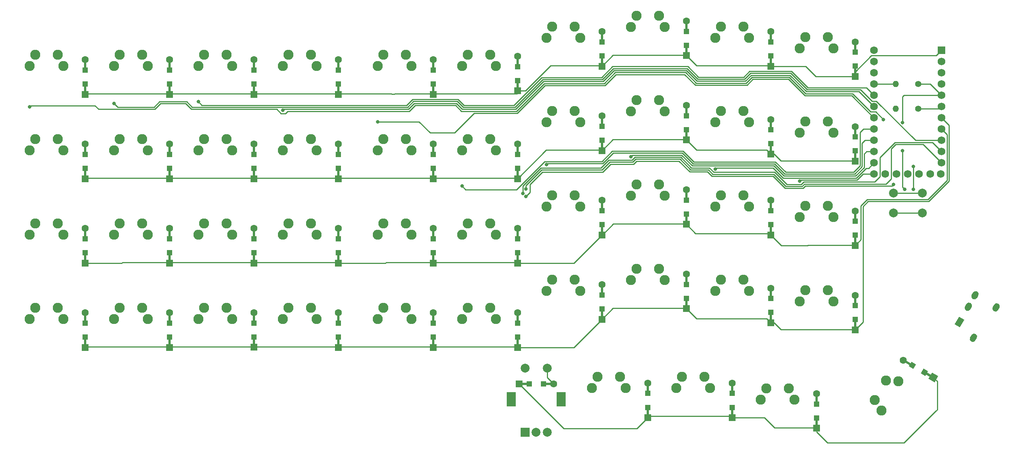
<source format=gbr>
%TF.GenerationSoftware,KiCad,Pcbnew,(5.1.9-0-10_14)*%
%TF.CreationDate,2021-04-26T22:39:47-05:00*%
%TF.ProjectId,wren-numpad,7772656e-2d6e-4756-9d70-61642e6b6963,rev?*%
%TF.SameCoordinates,Original*%
%TF.FileFunction,Copper,L2,Bot*%
%TF.FilePolarity,Positive*%
%FSLAX46Y46*%
G04 Gerber Fmt 4.6, Leading zero omitted, Abs format (unit mm)*
G04 Created by KiCad (PCBNEW (5.1.9-0-10_14)) date 2021-04-26 22:39:47*
%MOMM*%
%LPD*%
G01*
G04 APERTURE LIST*
%TA.AperFunction,ComponentPad*%
%ADD10C,2.286000*%
%TD*%
%TA.AperFunction,ComponentPad*%
%ADD11C,1.752600*%
%TD*%
%TA.AperFunction,ComponentPad*%
%ADD12R,1.752600X1.752600*%
%TD*%
%TA.AperFunction,SMDPad,CuDef*%
%ADD13R,0.500000X2.500000*%
%TD*%
%TA.AperFunction,ComponentPad*%
%ADD14C,1.600000*%
%TD*%
%TA.AperFunction,ComponentPad*%
%ADD15R,1.600000X1.600000*%
%TD*%
%TA.AperFunction,SMDPad,CuDef*%
%ADD16R,1.200000X1.200000*%
%TD*%
%TA.AperFunction,ComponentPad*%
%ADD17O,1.400000X1.400000*%
%TD*%
%TA.AperFunction,ComponentPad*%
%ADD18C,1.400000*%
%TD*%
%TA.AperFunction,SMDPad,CuDef*%
%ADD19R,2.500000X0.500000*%
%TD*%
%TA.AperFunction,SMDPad,CuDef*%
%ADD20C,0.100000*%
%TD*%
%TA.AperFunction,ComponentPad*%
%ADD21C,0.100000*%
%TD*%
%TA.AperFunction,ComponentPad*%
%ADD22C,2.000000*%
%TD*%
%TA.AperFunction,ComponentPad*%
%ADD23R,2.000000X3.200000*%
%TD*%
%TA.AperFunction,ComponentPad*%
%ADD24R,2.000000X2.000000*%
%TD*%
%TA.AperFunction,ViaPad*%
%ADD25C,0.800000*%
%TD*%
%TA.AperFunction,Conductor*%
%ADD26C,0.250000*%
%TD*%
G04 APERTURE END LIST*
D10*
%TO.P,MX21,1*%
%TO.N,COL0*%
X216852500Y-68103750D03*
%TO.P,MX21,2*%
%TO.N,Net-(D21-Pad2)*%
X223202500Y-65563750D03*
%TO.P,MX21,1*%
%TO.N,COL0*%
X218122500Y-65563750D03*
%TO.P,MX21,2*%
%TO.N,Net-(D21-Pad2)*%
X224472500Y-68103750D03*
%TD*%
%TO.P,MX41,1*%
%TO.N,COL0*%
X235379295Y-111789307D03*
%TO.P,MX41,2*%
%TO.N,Net-(D41-Pad2)*%
X236354591Y-105020045D03*
%TO.P,MX41,1*%
%TO.N,COL0*%
X233814591Y-109419455D03*
%TO.P,MX41,2*%
%TO.N,Net-(D41-Pad2)*%
X239189295Y-105190193D03*
%TD*%
%TO.P,MX10,1*%
%TO.N,COL9*%
X43021250Y-33972500D03*
%TO.P,MX10,2*%
%TO.N,Net-(D10-Pad2)*%
X49371250Y-31432500D03*
%TO.P,MX10,1*%
%TO.N,COL9*%
X44291250Y-31432500D03*
%TO.P,MX10,2*%
%TO.N,Net-(D10-Pad2)*%
X50641250Y-33972500D03*
%TD*%
%TO.P,MX15,1*%
%TO.N,COL4*%
X140652500Y-53022500D03*
%TO.P,MX15,2*%
%TO.N,Net-(D15-Pad2)*%
X147002500Y-50482500D03*
%TO.P,MX15,1*%
%TO.N,COL4*%
X141922500Y-50482500D03*
%TO.P,MX15,2*%
%TO.N,Net-(D15-Pad2)*%
X148272500Y-53022500D03*
%TD*%
%TO.P,MX44,1*%
%TO.N,COL3*%
X170015000Y-106711750D03*
%TO.P,MX44,2*%
%TO.N,Net-(D44-Pad2)*%
X176365000Y-104171750D03*
%TO.P,MX44,1*%
%TO.N,COL3*%
X171285000Y-104171750D03*
%TO.P,MX44,2*%
%TO.N,Net-(D44-Pad2)*%
X177635000Y-106711750D03*
%TD*%
%TO.P,MX43,1*%
%TO.N,COL2*%
X189065000Y-106711750D03*
%TO.P,MX43,2*%
%TO.N,Net-(D43-Pad2)*%
X195415000Y-104171750D03*
%TO.P,MX43,1*%
%TO.N,COL2*%
X190335000Y-104171750D03*
%TO.P,MX43,2*%
%TO.N,Net-(D43-Pad2)*%
X196685000Y-106711750D03*
%TD*%
%TO.P,MX42,1*%
%TO.N,COL1*%
X208115000Y-109378750D03*
%TO.P,MX42,2*%
%TO.N,Net-(D42-Pad2)*%
X214465000Y-106838750D03*
%TO.P,MX42,1*%
%TO.N,COL1*%
X209385000Y-106838750D03*
%TO.P,MX42,2*%
%TO.N,Net-(D42-Pad2)*%
X215735000Y-109378750D03*
%TD*%
%TO.P,MX40,1*%
%TO.N,COL9*%
X43021250Y-91122500D03*
%TO.P,MX40,2*%
%TO.N,Net-(D40-Pad2)*%
X49371250Y-88582500D03*
%TO.P,MX40,1*%
%TO.N,COL9*%
X44291250Y-88582500D03*
%TO.P,MX40,2*%
%TO.N,Net-(D40-Pad2)*%
X50641250Y-91122500D03*
%TD*%
%TO.P,MX39,1*%
%TO.N,COL8*%
X62071250Y-91122500D03*
%TO.P,MX39,2*%
%TO.N,Net-(D39-Pad2)*%
X68421250Y-88582500D03*
%TO.P,MX39,1*%
%TO.N,COL8*%
X63341250Y-88582500D03*
%TO.P,MX39,2*%
%TO.N,Net-(D39-Pad2)*%
X69691250Y-91122500D03*
%TD*%
%TO.P,MX38,1*%
%TO.N,COL7*%
X81121250Y-91122500D03*
%TO.P,MX38,2*%
%TO.N,Net-(D38-Pad2)*%
X87471250Y-88582500D03*
%TO.P,MX38,1*%
%TO.N,COL7*%
X82391250Y-88582500D03*
%TO.P,MX38,2*%
%TO.N,Net-(D38-Pad2)*%
X88741250Y-91122500D03*
%TD*%
%TO.P,MX37,1*%
%TO.N,COL6*%
X100171250Y-91122500D03*
%TO.P,MX37,2*%
%TO.N,Net-(D37-Pad2)*%
X106521250Y-88582500D03*
%TO.P,MX37,1*%
%TO.N,COL6*%
X101441250Y-88582500D03*
%TO.P,MX37,2*%
%TO.N,Net-(D37-Pad2)*%
X107791250Y-91122500D03*
%TD*%
%TO.P,MX36,1*%
%TO.N,COL5*%
X121602500Y-91122500D03*
%TO.P,MX36,2*%
%TO.N,Net-(D36-Pad2)*%
X127952500Y-88582500D03*
%TO.P,MX36,1*%
%TO.N,COL5*%
X122872500Y-88582500D03*
%TO.P,MX36,2*%
%TO.N,Net-(D36-Pad2)*%
X129222500Y-91122500D03*
%TD*%
%TO.P,MX35,1*%
%TO.N,COL4*%
X140652500Y-91122500D03*
%TO.P,MX35,2*%
%TO.N,Net-(D35-Pad2)*%
X147002500Y-88582500D03*
%TO.P,MX35,1*%
%TO.N,COL4*%
X141922500Y-88582500D03*
%TO.P,MX35,2*%
%TO.N,Net-(D35-Pad2)*%
X148272500Y-91122500D03*
%TD*%
%TO.P,MX34,1*%
%TO.N,COL3*%
X159702500Y-84772500D03*
%TO.P,MX34,2*%
%TO.N,Net-(D34-Pad2)*%
X166052500Y-82232500D03*
%TO.P,MX34,1*%
%TO.N,COL3*%
X160972500Y-82232500D03*
%TO.P,MX34,2*%
%TO.N,Net-(D34-Pad2)*%
X167322500Y-84772500D03*
%TD*%
%TO.P,MX33,1*%
%TO.N,COL2*%
X178752500Y-82391250D03*
%TO.P,MX33,2*%
%TO.N,Net-(D33-Pad2)*%
X185102500Y-79851250D03*
%TO.P,MX33,1*%
%TO.N,COL2*%
X180022500Y-79851250D03*
%TO.P,MX33,2*%
%TO.N,Net-(D33-Pad2)*%
X186372500Y-82391250D03*
%TD*%
%TO.P,MX32,1*%
%TO.N,COL1*%
X197802500Y-84772500D03*
%TO.P,MX32,2*%
%TO.N,Net-(D32-Pad2)*%
X204152500Y-82232500D03*
%TO.P,MX32,1*%
%TO.N,COL1*%
X199072500Y-82232500D03*
%TO.P,MX32,2*%
%TO.N,Net-(D32-Pad2)*%
X205422500Y-84772500D03*
%TD*%
%TO.P,MX31,1*%
%TO.N,COL0*%
X216852500Y-87153750D03*
%TO.P,MX31,2*%
%TO.N,Net-(D31-Pad2)*%
X223202500Y-84613750D03*
%TO.P,MX31,1*%
%TO.N,COL0*%
X218122500Y-84613750D03*
%TO.P,MX31,2*%
%TO.N,Net-(D31-Pad2)*%
X224472500Y-87153750D03*
%TD*%
%TO.P,MX30,1*%
%TO.N,COL9*%
X43021250Y-72072500D03*
%TO.P,MX30,2*%
%TO.N,Net-(D30-Pad2)*%
X49371250Y-69532500D03*
%TO.P,MX30,1*%
%TO.N,COL9*%
X44291250Y-69532500D03*
%TO.P,MX30,2*%
%TO.N,Net-(D30-Pad2)*%
X50641250Y-72072500D03*
%TD*%
%TO.P,MX29,1*%
%TO.N,COL8*%
X62071250Y-72072500D03*
%TO.P,MX29,2*%
%TO.N,Net-(D29-Pad2)*%
X68421250Y-69532500D03*
%TO.P,MX29,1*%
%TO.N,COL8*%
X63341250Y-69532500D03*
%TO.P,MX29,2*%
%TO.N,Net-(D29-Pad2)*%
X69691250Y-72072500D03*
%TD*%
%TO.P,MX28,1*%
%TO.N,COL7*%
X81121250Y-72072500D03*
%TO.P,MX28,2*%
%TO.N,Net-(D28-Pad2)*%
X87471250Y-69532500D03*
%TO.P,MX28,1*%
%TO.N,COL7*%
X82391250Y-69532500D03*
%TO.P,MX28,2*%
%TO.N,Net-(D28-Pad2)*%
X88741250Y-72072500D03*
%TD*%
%TO.P,MX27,1*%
%TO.N,COL6*%
X100171250Y-72072500D03*
%TO.P,MX27,2*%
%TO.N,Net-(D27-Pad2)*%
X106521250Y-69532500D03*
%TO.P,MX27,1*%
%TO.N,COL6*%
X101441250Y-69532500D03*
%TO.P,MX27,2*%
%TO.N,Net-(D27-Pad2)*%
X107791250Y-72072500D03*
%TD*%
%TO.P,MX26,1*%
%TO.N,COL5*%
X121602500Y-72072500D03*
%TO.P,MX26,2*%
%TO.N,Net-(D26-Pad2)*%
X127952500Y-69532500D03*
%TO.P,MX26,1*%
%TO.N,COL5*%
X122872500Y-69532500D03*
%TO.P,MX26,2*%
%TO.N,Net-(D26-Pad2)*%
X129222500Y-72072500D03*
%TD*%
%TO.P,MX25,1*%
%TO.N,COL4*%
X140652500Y-72072500D03*
%TO.P,MX25,2*%
%TO.N,Net-(D25-Pad2)*%
X147002500Y-69532500D03*
%TO.P,MX25,1*%
%TO.N,COL4*%
X141922500Y-69532500D03*
%TO.P,MX25,2*%
%TO.N,Net-(D25-Pad2)*%
X148272500Y-72072500D03*
%TD*%
%TO.P,MX24,1*%
%TO.N,COL3*%
X159702500Y-65722500D03*
%TO.P,MX24,2*%
%TO.N,Net-(D24-Pad2)*%
X166052500Y-63182500D03*
%TO.P,MX24,1*%
%TO.N,COL3*%
X160972500Y-63182500D03*
%TO.P,MX24,2*%
%TO.N,Net-(D24-Pad2)*%
X167322500Y-65722500D03*
%TD*%
%TO.P,MX23,1*%
%TO.N,COL2*%
X178752500Y-63341250D03*
%TO.P,MX23,2*%
%TO.N,Net-(D23-Pad2)*%
X185102500Y-60801250D03*
%TO.P,MX23,1*%
%TO.N,COL2*%
X180022500Y-60801250D03*
%TO.P,MX23,2*%
%TO.N,Net-(D23-Pad2)*%
X186372500Y-63341250D03*
%TD*%
%TO.P,MX22,1*%
%TO.N,COL1*%
X197802500Y-65722500D03*
%TO.P,MX22,2*%
%TO.N,Net-(D22-Pad2)*%
X204152500Y-63182500D03*
%TO.P,MX22,1*%
%TO.N,COL1*%
X199072500Y-63182500D03*
%TO.P,MX22,2*%
%TO.N,Net-(D22-Pad2)*%
X205422500Y-65722500D03*
%TD*%
%TO.P,MX20,1*%
%TO.N,COL9*%
X43021250Y-53022500D03*
%TO.P,MX20,2*%
%TO.N,Net-(D20-Pad2)*%
X49371250Y-50482500D03*
%TO.P,MX20,1*%
%TO.N,COL9*%
X44291250Y-50482500D03*
%TO.P,MX20,2*%
%TO.N,Net-(D20-Pad2)*%
X50641250Y-53022500D03*
%TD*%
%TO.P,MX19,1*%
%TO.N,COL8*%
X62071250Y-53022500D03*
%TO.P,MX19,2*%
%TO.N,Net-(D19-Pad2)*%
X68421250Y-50482500D03*
%TO.P,MX19,1*%
%TO.N,COL8*%
X63341250Y-50482500D03*
%TO.P,MX19,2*%
%TO.N,Net-(D19-Pad2)*%
X69691250Y-53022500D03*
%TD*%
%TO.P,MX18,1*%
%TO.N,COL7*%
X81121250Y-53022500D03*
%TO.P,MX18,2*%
%TO.N,Net-(D18-Pad2)*%
X87471250Y-50482500D03*
%TO.P,MX18,1*%
%TO.N,COL7*%
X82391250Y-50482500D03*
%TO.P,MX18,2*%
%TO.N,Net-(D18-Pad2)*%
X88741250Y-53022500D03*
%TD*%
%TO.P,MX17,1*%
%TO.N,COL6*%
X100171250Y-53022500D03*
%TO.P,MX17,2*%
%TO.N,Net-(D17-Pad2)*%
X106521250Y-50482500D03*
%TO.P,MX17,1*%
%TO.N,COL6*%
X101441250Y-50482500D03*
%TO.P,MX17,2*%
%TO.N,Net-(D17-Pad2)*%
X107791250Y-53022500D03*
%TD*%
%TO.P,MX16,1*%
%TO.N,COL5*%
X121602500Y-53022500D03*
%TO.P,MX16,2*%
%TO.N,Net-(D16-Pad2)*%
X127952500Y-50482500D03*
%TO.P,MX16,1*%
%TO.N,COL5*%
X122872500Y-50482500D03*
%TO.P,MX16,2*%
%TO.N,Net-(D16-Pad2)*%
X129222500Y-53022500D03*
%TD*%
%TO.P,MX14,1*%
%TO.N,COL3*%
X159702500Y-46672500D03*
%TO.P,MX14,2*%
%TO.N,Net-(D14-Pad2)*%
X166052500Y-44132500D03*
%TO.P,MX14,1*%
%TO.N,COL3*%
X160972500Y-44132500D03*
%TO.P,MX14,2*%
%TO.N,Net-(D14-Pad2)*%
X167322500Y-46672500D03*
%TD*%
%TO.P,MX13,1*%
%TO.N,COL2*%
X178752500Y-44291250D03*
%TO.P,MX13,2*%
%TO.N,Net-(D13-Pad2)*%
X185102500Y-41751250D03*
%TO.P,MX13,1*%
%TO.N,COL2*%
X180022500Y-41751250D03*
%TO.P,MX13,2*%
%TO.N,Net-(D13-Pad2)*%
X186372500Y-44291250D03*
%TD*%
%TO.P,MX12,1*%
%TO.N,COL1*%
X197802500Y-46672500D03*
%TO.P,MX12,2*%
%TO.N,Net-(D12-Pad2)*%
X204152500Y-44132500D03*
%TO.P,MX12,1*%
%TO.N,COL1*%
X199072500Y-44132500D03*
%TO.P,MX12,2*%
%TO.N,Net-(D12-Pad2)*%
X205422500Y-46672500D03*
%TD*%
%TO.P,MX11,1*%
%TO.N,COL0*%
X216852500Y-49053750D03*
%TO.P,MX11,2*%
%TO.N,Net-(D11-Pad2)*%
X223202500Y-46513750D03*
%TO.P,MX11,1*%
%TO.N,COL0*%
X218122500Y-46513750D03*
%TO.P,MX11,2*%
%TO.N,Net-(D11-Pad2)*%
X224472500Y-49053750D03*
%TD*%
%TO.P,MX9,1*%
%TO.N,COL8*%
X62071250Y-33972500D03*
%TO.P,MX9,2*%
%TO.N,Net-(D9-Pad2)*%
X68421250Y-31432500D03*
%TO.P,MX9,1*%
%TO.N,COL8*%
X63341250Y-31432500D03*
%TO.P,MX9,2*%
%TO.N,Net-(D9-Pad2)*%
X69691250Y-33972500D03*
%TD*%
%TO.P,MX8,1*%
%TO.N,COL7*%
X81121250Y-33972500D03*
%TO.P,MX8,2*%
%TO.N,Net-(D8-Pad2)*%
X87471250Y-31432500D03*
%TO.P,MX8,1*%
%TO.N,COL7*%
X82391250Y-31432500D03*
%TO.P,MX8,2*%
%TO.N,Net-(D8-Pad2)*%
X88741250Y-33972500D03*
%TD*%
%TO.P,MX7,1*%
%TO.N,COL6*%
X100171250Y-33972500D03*
%TO.P,MX7,2*%
%TO.N,Net-(D7-Pad2)*%
X106521250Y-31432500D03*
%TO.P,MX7,1*%
%TO.N,COL6*%
X101441250Y-31432500D03*
%TO.P,MX7,2*%
%TO.N,Net-(D7-Pad2)*%
X107791250Y-33972500D03*
%TD*%
%TO.P,MX6,1*%
%TO.N,COL5*%
X121602500Y-33972500D03*
%TO.P,MX6,2*%
%TO.N,Net-(D6-Pad2)*%
X127952500Y-31432500D03*
%TO.P,MX6,1*%
%TO.N,COL5*%
X122872500Y-31432500D03*
%TO.P,MX6,2*%
%TO.N,Net-(D6-Pad2)*%
X129222500Y-33972500D03*
%TD*%
%TO.P,MX5,1*%
%TO.N,COL4*%
X140652500Y-33972500D03*
%TO.P,MX5,2*%
%TO.N,Net-(D5-Pad2)*%
X147002500Y-31432500D03*
%TO.P,MX5,1*%
%TO.N,COL4*%
X141922500Y-31432500D03*
%TO.P,MX5,2*%
%TO.N,Net-(D5-Pad2)*%
X148272500Y-33972500D03*
%TD*%
%TO.P,MX4,1*%
%TO.N,COL3*%
X159702500Y-27622500D03*
%TO.P,MX4,2*%
%TO.N,Net-(D4-Pad2)*%
X166052500Y-25082500D03*
%TO.P,MX4,1*%
%TO.N,COL3*%
X160972500Y-25082500D03*
%TO.P,MX4,2*%
%TO.N,Net-(D4-Pad2)*%
X167322500Y-27622500D03*
%TD*%
%TO.P,MX3,1*%
%TO.N,COL2*%
X178752500Y-25241250D03*
%TO.P,MX3,2*%
%TO.N,Net-(D3-Pad2)*%
X185102500Y-22701250D03*
%TO.P,MX3,1*%
%TO.N,COL2*%
X180022500Y-22701250D03*
%TO.P,MX3,2*%
%TO.N,Net-(D3-Pad2)*%
X186372500Y-25241250D03*
%TD*%
%TO.P,MX2,1*%
%TO.N,COL1*%
X197802500Y-27622500D03*
%TO.P,MX2,2*%
%TO.N,Net-(D2-Pad2)*%
X204152500Y-25082500D03*
%TO.P,MX2,1*%
%TO.N,COL1*%
X199072500Y-25082500D03*
%TO.P,MX2,2*%
%TO.N,Net-(D2-Pad2)*%
X205422500Y-27622500D03*
%TD*%
%TO.P,MX1,1*%
%TO.N,COL0*%
X216852500Y-30003750D03*
%TO.P,MX1,2*%
%TO.N,Net-(D1-Pad2)*%
X223202500Y-27463750D03*
%TO.P,MX1,1*%
%TO.N,COL0*%
X218122500Y-27463750D03*
%TO.P,MX1,2*%
%TO.N,Net-(D1-Pad2)*%
X224472500Y-30003750D03*
%TD*%
D11*
%TO.P,U1,25*%
%TO.N,N/C*%
X246380000Y-58420000D03*
%TO.P,U1,26*%
X243840000Y-58420000D03*
%TO.P,U1,27*%
X241300000Y-58420000D03*
%TO.P,U1,28*%
X238760000Y-58420000D03*
%TO.P,U1,29*%
%TO.N,COL9*%
X236220000Y-58420000D03*
%TO.P,U1,24*%
%TO.N,N/C*%
X233680000Y-30480000D03*
%TO.P,U1,12*%
%TO.N,ROW4*%
X248691400Y-58420000D03*
%TO.P,U1,23*%
%TO.N,GND*%
X233680000Y-33020000D03*
%TO.P,U1,22*%
%TO.N,Net-(SW0-Pad1)*%
X233680000Y-35560000D03*
%TO.P,U1,21*%
%TO.N,VCC*%
X233680000Y-38100000D03*
%TO.P,U1,20*%
%TO.N,COL7*%
X233680000Y-40640000D03*
%TO.P,U1,19*%
%TO.N,COL6*%
X233680000Y-43180000D03*
%TO.P,U1,18*%
%TO.N,COL5*%
X233680000Y-45720000D03*
%TO.P,U1,17*%
%TO.N,COL4*%
X233680000Y-48260000D03*
%TO.P,U1,16*%
%TO.N,COL3*%
X233680000Y-50800000D03*
%TO.P,U1,15*%
%TO.N,COL2*%
X233680000Y-53340000D03*
%TO.P,U1,14*%
%TO.N,COL1*%
X233680000Y-55880000D03*
%TO.P,U1,13*%
%TO.N,COL0*%
X233680000Y-58420000D03*
%TO.P,U1,11*%
%TO.N,RIGHT*%
X248920000Y-55880000D03*
%TO.P,U1,10*%
%TO.N,LEFT*%
X248920000Y-53340000D03*
%TO.P,U1,9*%
%TO.N,COL8*%
X248920000Y-50800000D03*
%TO.P,U1,8*%
%TO.N,ROW2*%
X248920000Y-48260000D03*
%TO.P,U1,7*%
%TO.N,ROW3*%
X248920000Y-45720000D03*
%TO.P,U1,6*%
%TO.N,SCL*%
X248920000Y-43180000D03*
%TO.P,U1,5*%
%TO.N,SDA*%
X248920000Y-40640000D03*
%TO.P,U1,4*%
%TO.N,GND*%
X248920000Y-38100000D03*
%TO.P,U1,3*%
X248920000Y-35560000D03*
%TO.P,U1,2*%
%TO.N,ROW1*%
X248920000Y-33020000D03*
D12*
%TO.P,U1,1*%
%TO.N,ROW0*%
X248920000Y-30480000D03*
%TD*%
D13*
%TO.P,D43,2*%
%TO.N,Net-(D43-Pad2)*%
X201609500Y-106837500D03*
%TO.P,D43,1*%
%TO.N,ROW4*%
X201609500Y-112237500D03*
D14*
%TO.P,D43,2*%
%TO.N,Net-(D43-Pad2)*%
X201609500Y-105637500D03*
D15*
%TO.P,D43,1*%
%TO.N,ROW4*%
X201609500Y-113437500D03*
D16*
X201609500Y-111112500D03*
%TO.P,D43,2*%
%TO.N,Net-(D43-Pad2)*%
X201609500Y-107962500D03*
%TD*%
D17*
%TO.P,R2,2*%
%TO.N,VCC*%
X238585000Y-43656250D03*
D18*
%TO.P,R2,1*%
%TO.N,SCL*%
X243665000Y-43656250D03*
%TD*%
D17*
%TO.P,R1,2*%
%TO.N,VCC*%
X238585000Y-38100000D03*
D18*
%TO.P,R1,1*%
%TO.N,SDA*%
X243665000Y-38100000D03*
%TD*%
D19*
%TO.P,D45,2*%
%TO.N,ENC1-IN*%
X160142000Y-105822750D03*
%TO.P,D45,1*%
%TO.N,ROW4*%
X154742000Y-105822750D03*
D14*
%TO.P,D45,2*%
%TO.N,ENC1-IN*%
X161342000Y-105822750D03*
D15*
%TO.P,D45,1*%
%TO.N,ROW4*%
X153542000Y-105822750D03*
D16*
X155867000Y-105822750D03*
%TO.P,D45,2*%
%TO.N,ENC1-IN*%
X159017000Y-105822750D03*
%TD*%
D13*
%TO.P,D44,2*%
%TO.N,Net-(D44-Pad2)*%
X182562500Y-106837500D03*
%TO.P,D44,1*%
%TO.N,ROW4*%
X182562500Y-112237500D03*
D14*
%TO.P,D44,2*%
%TO.N,Net-(D44-Pad2)*%
X182562500Y-105637500D03*
D15*
%TO.P,D44,1*%
%TO.N,ROW4*%
X182562500Y-113437500D03*
D16*
X182562500Y-111112500D03*
%TO.P,D44,2*%
%TO.N,Net-(D44-Pad2)*%
X182562500Y-107962500D03*
%TD*%
D13*
%TO.P,D42,2*%
%TO.N,Net-(D42-Pad2)*%
X220653500Y-109218750D03*
%TO.P,D42,1*%
%TO.N,ROW4*%
X220653500Y-114618750D03*
D14*
%TO.P,D42,2*%
%TO.N,Net-(D42-Pad2)*%
X220653500Y-108018750D03*
D15*
%TO.P,D42,1*%
%TO.N,ROW4*%
X220653500Y-115818750D03*
D16*
X220653500Y-113493750D03*
%TO.P,D42,2*%
%TO.N,Net-(D42-Pad2)*%
X220653500Y-110343750D03*
%TD*%
%TA.AperFunction,SMDPad,CuDef*%
D20*
%TO.P,D41,2*%
%TO.N,Net-(D41-Pad2)*%
G36*
X242537263Y-101452244D02*
G01*
X242287263Y-101885256D01*
X240122199Y-100635256D01*
X240372199Y-100202244D01*
X242537263Y-101452244D01*
G37*
%TD.AperFunction*%
%TA.AperFunction,SMDPad,CuDef*%
%TO.P,D41,1*%
%TO.N,ROW4*%
G36*
X247213801Y-104152244D02*
G01*
X246963801Y-104585256D01*
X244798737Y-103335256D01*
X245048737Y-102902244D01*
X247213801Y-104152244D01*
G37*
%TD.AperFunction*%
D14*
%TO.P,D41,2*%
%TO.N,Net-(D41-Pad2)*%
X240290501Y-100443750D03*
%TA.AperFunction,ComponentPad*%
D21*
%TO.P,D41,1*%
%TO.N,ROW4*%
G36*
X248138319Y-104050930D02*
G01*
X247338319Y-105436570D01*
X245952679Y-104636570D01*
X246752679Y-103250930D01*
X248138319Y-104050930D01*
G37*
%TD.AperFunction*%
%TA.AperFunction,SMDPad,CuDef*%
D20*
G36*
X245851605Y-102961635D02*
G01*
X245251605Y-104000865D01*
X244212375Y-103400865D01*
X244812375Y-102361635D01*
X245851605Y-102961635D01*
G37*
%TD.AperFunction*%
%TA.AperFunction,SMDPad,CuDef*%
%TO.P,D41,2*%
%TO.N,Net-(D41-Pad2)*%
G36*
X243123625Y-101386635D02*
G01*
X242523625Y-102425865D01*
X241484395Y-101825865D01*
X242084395Y-100786635D01*
X243123625Y-101386635D01*
G37*
%TD.AperFunction*%
%TD*%
D13*
%TO.P,D40,2*%
%TO.N,Net-(D40-Pad2)*%
X55605500Y-90962500D03*
%TO.P,D40,1*%
%TO.N,ROW3*%
X55605500Y-96362500D03*
D14*
%TO.P,D40,2*%
%TO.N,Net-(D40-Pad2)*%
X55605500Y-89762500D03*
D15*
%TO.P,D40,1*%
%TO.N,ROW3*%
X55605500Y-97562500D03*
D16*
X55605500Y-95237500D03*
%TO.P,D40,2*%
%TO.N,Net-(D40-Pad2)*%
X55605500Y-92087500D03*
%TD*%
D13*
%TO.P,D39,2*%
%TO.N,Net-(D39-Pad2)*%
X74649500Y-90962500D03*
%TO.P,D39,1*%
%TO.N,ROW3*%
X74649500Y-96362500D03*
D14*
%TO.P,D39,2*%
%TO.N,Net-(D39-Pad2)*%
X74649500Y-89762500D03*
D15*
%TO.P,D39,1*%
%TO.N,ROW3*%
X74649500Y-97562500D03*
D16*
X74649500Y-95237500D03*
%TO.P,D39,2*%
%TO.N,Net-(D39-Pad2)*%
X74649500Y-92087500D03*
%TD*%
D13*
%TO.P,D38,2*%
%TO.N,Net-(D38-Pad2)*%
X93693500Y-90950000D03*
%TO.P,D38,1*%
%TO.N,ROW3*%
X93693500Y-96350000D03*
D14*
%TO.P,D38,2*%
%TO.N,Net-(D38-Pad2)*%
X93693500Y-89750000D03*
D15*
%TO.P,D38,1*%
%TO.N,ROW3*%
X93693500Y-97550000D03*
D16*
X93693500Y-95225000D03*
%TO.P,D38,2*%
%TO.N,Net-(D38-Pad2)*%
X93693500Y-92075000D03*
%TD*%
D13*
%TO.P,D37,2*%
%TO.N,Net-(D37-Pad2)*%
X112737500Y-90962500D03*
%TO.P,D37,1*%
%TO.N,ROW3*%
X112737500Y-96362500D03*
D14*
%TO.P,D37,2*%
%TO.N,Net-(D37-Pad2)*%
X112737500Y-89762500D03*
D15*
%TO.P,D37,1*%
%TO.N,ROW3*%
X112737500Y-97562500D03*
D16*
X112737500Y-95237500D03*
%TO.P,D37,2*%
%TO.N,Net-(D37-Pad2)*%
X112737500Y-92087500D03*
%TD*%
D13*
%TO.P,D36,2*%
%TO.N,Net-(D36-Pad2)*%
X134162000Y-90962500D03*
%TO.P,D36,1*%
%TO.N,ROW3*%
X134162000Y-96362500D03*
D14*
%TO.P,D36,2*%
%TO.N,Net-(D36-Pad2)*%
X134162000Y-89762500D03*
D15*
%TO.P,D36,1*%
%TO.N,ROW3*%
X134162000Y-97562500D03*
D16*
X134162000Y-95237500D03*
%TO.P,D36,2*%
%TO.N,Net-(D36-Pad2)*%
X134162000Y-92087500D03*
%TD*%
D13*
%TO.P,D35,2*%
%TO.N,Net-(D35-Pad2)*%
X153206000Y-90962500D03*
%TO.P,D35,1*%
%TO.N,ROW3*%
X153206000Y-96362500D03*
D14*
%TO.P,D35,2*%
%TO.N,Net-(D35-Pad2)*%
X153206000Y-89762500D03*
D15*
%TO.P,D35,1*%
%TO.N,ROW3*%
X153206000Y-97562500D03*
D16*
X153206000Y-95237500D03*
%TO.P,D35,2*%
%TO.N,Net-(D35-Pad2)*%
X153206000Y-92087500D03*
%TD*%
D13*
%TO.P,D34,2*%
%TO.N,Net-(D34-Pad2)*%
X172250000Y-84612500D03*
%TO.P,D34,1*%
%TO.N,ROW3*%
X172250000Y-90012500D03*
D14*
%TO.P,D34,2*%
%TO.N,Net-(D34-Pad2)*%
X172250000Y-83412500D03*
D15*
%TO.P,D34,1*%
%TO.N,ROW3*%
X172250000Y-91212500D03*
D16*
X172250000Y-88887500D03*
%TO.P,D34,2*%
%TO.N,Net-(D34-Pad2)*%
X172250000Y-85737500D03*
%TD*%
D13*
%TO.P,D33,2*%
%TO.N,Net-(D33-Pad2)*%
X191294000Y-82231250D03*
%TO.P,D33,1*%
%TO.N,ROW3*%
X191294000Y-87631250D03*
D14*
%TO.P,D33,2*%
%TO.N,Net-(D33-Pad2)*%
X191294000Y-81031250D03*
D15*
%TO.P,D33,1*%
%TO.N,ROW3*%
X191294000Y-88831250D03*
D16*
X191294000Y-86506250D03*
%TO.P,D33,2*%
%TO.N,Net-(D33-Pad2)*%
X191294000Y-83356250D03*
%TD*%
D13*
%TO.P,D32,2*%
%TO.N,Net-(D32-Pad2)*%
X210338000Y-85406250D03*
%TO.P,D32,1*%
%TO.N,ROW3*%
X210338000Y-90806250D03*
D14*
%TO.P,D32,2*%
%TO.N,Net-(D32-Pad2)*%
X210338000Y-84206250D03*
D15*
%TO.P,D32,1*%
%TO.N,ROW3*%
X210338000Y-92006250D03*
D16*
X210338000Y-89681250D03*
%TO.P,D32,2*%
%TO.N,Net-(D32-Pad2)*%
X210338000Y-86531250D03*
%TD*%
D13*
%TO.P,D31,2*%
%TO.N,Net-(D31-Pad2)*%
X229382000Y-86993750D03*
%TO.P,D31,1*%
%TO.N,ROW3*%
X229382000Y-92393750D03*
D14*
%TO.P,D31,2*%
%TO.N,Net-(D31-Pad2)*%
X229382000Y-85793750D03*
D15*
%TO.P,D31,1*%
%TO.N,ROW3*%
X229382000Y-93593750D03*
D16*
X229382000Y-91268750D03*
%TO.P,D31,2*%
%TO.N,Net-(D31-Pad2)*%
X229382000Y-88118750D03*
%TD*%
D13*
%TO.P,D30,2*%
%TO.N,Net-(D30-Pad2)*%
X55605500Y-71912500D03*
%TO.P,D30,1*%
%TO.N,ROW2*%
X55605500Y-77312500D03*
D14*
%TO.P,D30,2*%
%TO.N,Net-(D30-Pad2)*%
X55605500Y-70712500D03*
D15*
%TO.P,D30,1*%
%TO.N,ROW2*%
X55605500Y-78512500D03*
D16*
X55605500Y-76187500D03*
%TO.P,D30,2*%
%TO.N,Net-(D30-Pad2)*%
X55605500Y-73037500D03*
%TD*%
D13*
%TO.P,D29,2*%
%TO.N,Net-(D29-Pad2)*%
X74649500Y-71912500D03*
%TO.P,D29,1*%
%TO.N,ROW2*%
X74649500Y-77312500D03*
D14*
%TO.P,D29,2*%
%TO.N,Net-(D29-Pad2)*%
X74649500Y-70712500D03*
D15*
%TO.P,D29,1*%
%TO.N,ROW2*%
X74649500Y-78512500D03*
D16*
X74649500Y-76187500D03*
%TO.P,D29,2*%
%TO.N,Net-(D29-Pad2)*%
X74649500Y-73037500D03*
%TD*%
D13*
%TO.P,D28,2*%
%TO.N,Net-(D28-Pad2)*%
X93693500Y-71912500D03*
%TO.P,D28,1*%
%TO.N,ROW2*%
X93693500Y-77312500D03*
D14*
%TO.P,D28,2*%
%TO.N,Net-(D28-Pad2)*%
X93693500Y-70712500D03*
D15*
%TO.P,D28,1*%
%TO.N,ROW2*%
X93693500Y-78512500D03*
D16*
X93693500Y-76187500D03*
%TO.P,D28,2*%
%TO.N,Net-(D28-Pad2)*%
X93693500Y-73037500D03*
%TD*%
D13*
%TO.P,D27,2*%
%TO.N,Net-(D27-Pad2)*%
X112737500Y-71912500D03*
%TO.P,D27,1*%
%TO.N,ROW2*%
X112737500Y-77312500D03*
D14*
%TO.P,D27,2*%
%TO.N,Net-(D27-Pad2)*%
X112737500Y-70712500D03*
D15*
%TO.P,D27,1*%
%TO.N,ROW2*%
X112737500Y-78512500D03*
D16*
X112737500Y-76187500D03*
%TO.P,D27,2*%
%TO.N,Net-(D27-Pad2)*%
X112737500Y-73037500D03*
%TD*%
D13*
%TO.P,D26,2*%
%TO.N,Net-(D26-Pad2)*%
X134162000Y-71912500D03*
%TO.P,D26,1*%
%TO.N,ROW2*%
X134162000Y-77312500D03*
D14*
%TO.P,D26,2*%
%TO.N,Net-(D26-Pad2)*%
X134162000Y-70712500D03*
D15*
%TO.P,D26,1*%
%TO.N,ROW2*%
X134162000Y-78512500D03*
D16*
X134162000Y-76187500D03*
%TO.P,D26,2*%
%TO.N,Net-(D26-Pad2)*%
X134162000Y-73037500D03*
%TD*%
D13*
%TO.P,D25,2*%
%TO.N,Net-(D25-Pad2)*%
X153206000Y-71912500D03*
%TO.P,D25,1*%
%TO.N,ROW2*%
X153206000Y-77312500D03*
D14*
%TO.P,D25,2*%
%TO.N,Net-(D25-Pad2)*%
X153206000Y-70712500D03*
D15*
%TO.P,D25,1*%
%TO.N,ROW2*%
X153206000Y-78512500D03*
D16*
X153206000Y-76187500D03*
%TO.P,D25,2*%
%TO.N,Net-(D25-Pad2)*%
X153206000Y-73037500D03*
%TD*%
D13*
%TO.P,D24,2*%
%TO.N,Net-(D24-Pad2)*%
X172250000Y-65562500D03*
%TO.P,D24,1*%
%TO.N,ROW2*%
X172250000Y-70962500D03*
D14*
%TO.P,D24,2*%
%TO.N,Net-(D24-Pad2)*%
X172250000Y-64362500D03*
D15*
%TO.P,D24,1*%
%TO.N,ROW2*%
X172250000Y-72162500D03*
D16*
X172250000Y-69837500D03*
%TO.P,D24,2*%
%TO.N,Net-(D24-Pad2)*%
X172250000Y-66687500D03*
%TD*%
D13*
%TO.P,D23,2*%
%TO.N,Net-(D23-Pad2)*%
X191294000Y-63181250D03*
%TO.P,D23,1*%
%TO.N,ROW2*%
X191294000Y-68581250D03*
D14*
%TO.P,D23,2*%
%TO.N,Net-(D23-Pad2)*%
X191294000Y-61981250D03*
D15*
%TO.P,D23,1*%
%TO.N,ROW2*%
X191294000Y-69781250D03*
D16*
X191294000Y-67456250D03*
%TO.P,D23,2*%
%TO.N,Net-(D23-Pad2)*%
X191294000Y-64306250D03*
%TD*%
D13*
%TO.P,D22,2*%
%TO.N,Net-(D22-Pad2)*%
X210338000Y-65562500D03*
%TO.P,D22,1*%
%TO.N,ROW2*%
X210338000Y-70962500D03*
D14*
%TO.P,D22,2*%
%TO.N,Net-(D22-Pad2)*%
X210338000Y-64362500D03*
D15*
%TO.P,D22,1*%
%TO.N,ROW2*%
X210338000Y-72162500D03*
D16*
X210338000Y-69837500D03*
%TO.P,D22,2*%
%TO.N,Net-(D22-Pad2)*%
X210338000Y-66687500D03*
%TD*%
D13*
%TO.P,D21,2*%
%TO.N,Net-(D21-Pad2)*%
X229382000Y-67943750D03*
%TO.P,D21,1*%
%TO.N,ROW2*%
X229382000Y-73343750D03*
D14*
%TO.P,D21,2*%
%TO.N,Net-(D21-Pad2)*%
X229382000Y-66743750D03*
D15*
%TO.P,D21,1*%
%TO.N,ROW2*%
X229382000Y-74543750D03*
D16*
X229382000Y-72218750D03*
%TO.P,D21,2*%
%TO.N,Net-(D21-Pad2)*%
X229382000Y-69068750D03*
%TD*%
D13*
%TO.P,D20,2*%
%TO.N,Net-(D20-Pad2)*%
X55605500Y-52862500D03*
%TO.P,D20,1*%
%TO.N,ROW1*%
X55605500Y-58262500D03*
D14*
%TO.P,D20,2*%
%TO.N,Net-(D20-Pad2)*%
X55605500Y-51662500D03*
D15*
%TO.P,D20,1*%
%TO.N,ROW1*%
X55605500Y-59462500D03*
D16*
X55605500Y-57137500D03*
%TO.P,D20,2*%
%TO.N,Net-(D20-Pad2)*%
X55605500Y-53987500D03*
%TD*%
D13*
%TO.P,D19,2*%
%TO.N,Net-(D19-Pad2)*%
X74649500Y-52862500D03*
%TO.P,D19,1*%
%TO.N,ROW1*%
X74649500Y-58262500D03*
D14*
%TO.P,D19,2*%
%TO.N,Net-(D19-Pad2)*%
X74649500Y-51662500D03*
D15*
%TO.P,D19,1*%
%TO.N,ROW1*%
X74649500Y-59462500D03*
D16*
X74649500Y-57137500D03*
%TO.P,D19,2*%
%TO.N,Net-(D19-Pad2)*%
X74649500Y-53987500D03*
%TD*%
D13*
%TO.P,D18,2*%
%TO.N,Net-(D18-Pad2)*%
X93693500Y-52862500D03*
%TO.P,D18,1*%
%TO.N,ROW1*%
X93693500Y-58262500D03*
D14*
%TO.P,D18,2*%
%TO.N,Net-(D18-Pad2)*%
X93693500Y-51662500D03*
D15*
%TO.P,D18,1*%
%TO.N,ROW1*%
X93693500Y-59462500D03*
D16*
X93693500Y-57137500D03*
%TO.P,D18,2*%
%TO.N,Net-(D18-Pad2)*%
X93693500Y-53987500D03*
%TD*%
D13*
%TO.P,D17,2*%
%TO.N,Net-(D17-Pad2)*%
X112737500Y-52862500D03*
%TO.P,D17,1*%
%TO.N,ROW1*%
X112737500Y-58262500D03*
D14*
%TO.P,D17,2*%
%TO.N,Net-(D17-Pad2)*%
X112737500Y-51662500D03*
D15*
%TO.P,D17,1*%
%TO.N,ROW1*%
X112737500Y-59462500D03*
D16*
X112737500Y-57137500D03*
%TO.P,D17,2*%
%TO.N,Net-(D17-Pad2)*%
X112737500Y-53987500D03*
%TD*%
D13*
%TO.P,D16,2*%
%TO.N,Net-(D16-Pad2)*%
X134162000Y-52862500D03*
%TO.P,D16,1*%
%TO.N,ROW1*%
X134162000Y-58262500D03*
D14*
%TO.P,D16,2*%
%TO.N,Net-(D16-Pad2)*%
X134162000Y-51662500D03*
D15*
%TO.P,D16,1*%
%TO.N,ROW1*%
X134162000Y-59462500D03*
D16*
X134162000Y-57137500D03*
%TO.P,D16,2*%
%TO.N,Net-(D16-Pad2)*%
X134162000Y-53987500D03*
%TD*%
D13*
%TO.P,D15,2*%
%TO.N,Net-(D15-Pad2)*%
X153206000Y-52862500D03*
%TO.P,D15,1*%
%TO.N,ROW1*%
X153206000Y-58262500D03*
D14*
%TO.P,D15,2*%
%TO.N,Net-(D15-Pad2)*%
X153206000Y-51662500D03*
D15*
%TO.P,D15,1*%
%TO.N,ROW1*%
X153206000Y-59462500D03*
D16*
X153206000Y-57137500D03*
%TO.P,D15,2*%
%TO.N,Net-(D15-Pad2)*%
X153206000Y-53987500D03*
%TD*%
D13*
%TO.P,D14,2*%
%TO.N,Net-(D14-Pad2)*%
X172250000Y-46512500D03*
%TO.P,D14,1*%
%TO.N,ROW1*%
X172250000Y-51912500D03*
D14*
%TO.P,D14,2*%
%TO.N,Net-(D14-Pad2)*%
X172250000Y-45312500D03*
D15*
%TO.P,D14,1*%
%TO.N,ROW1*%
X172250000Y-53112500D03*
D16*
X172250000Y-50787500D03*
%TO.P,D14,2*%
%TO.N,Net-(D14-Pad2)*%
X172250000Y-47637500D03*
%TD*%
D13*
%TO.P,D13,2*%
%TO.N,Net-(D13-Pad2)*%
X191294000Y-44131250D03*
%TO.P,D13,1*%
%TO.N,ROW1*%
X191294000Y-49531250D03*
D14*
%TO.P,D13,2*%
%TO.N,Net-(D13-Pad2)*%
X191294000Y-42931250D03*
D15*
%TO.P,D13,1*%
%TO.N,ROW1*%
X191294000Y-50731250D03*
D16*
X191294000Y-48406250D03*
%TO.P,D13,2*%
%TO.N,Net-(D13-Pad2)*%
X191294000Y-45256250D03*
%TD*%
D13*
%TO.P,D12,2*%
%TO.N,Net-(D12-Pad2)*%
X210338000Y-47306250D03*
%TO.P,D12,1*%
%TO.N,ROW1*%
X210338000Y-52706250D03*
D14*
%TO.P,D12,2*%
%TO.N,Net-(D12-Pad2)*%
X210338000Y-46106250D03*
D15*
%TO.P,D12,1*%
%TO.N,ROW1*%
X210338000Y-53906250D03*
D16*
X210338000Y-51581250D03*
%TO.P,D12,2*%
%TO.N,Net-(D12-Pad2)*%
X210338000Y-48431250D03*
%TD*%
D13*
%TO.P,D11,2*%
%TO.N,Net-(D11-Pad2)*%
X229382000Y-48893750D03*
%TO.P,D11,1*%
%TO.N,ROW1*%
X229382000Y-54293750D03*
D14*
%TO.P,D11,2*%
%TO.N,Net-(D11-Pad2)*%
X229382000Y-47693750D03*
D15*
%TO.P,D11,1*%
%TO.N,ROW1*%
X229382000Y-55493750D03*
D16*
X229382000Y-53168750D03*
%TO.P,D11,2*%
%TO.N,Net-(D11-Pad2)*%
X229382000Y-50018750D03*
%TD*%
D13*
%TO.P,D10,2*%
%TO.N,Net-(D10-Pad2)*%
X55605500Y-33812500D03*
%TO.P,D10,1*%
%TO.N,ROW0*%
X55605500Y-39212500D03*
D14*
%TO.P,D10,2*%
%TO.N,Net-(D10-Pad2)*%
X55605500Y-32612500D03*
D15*
%TO.P,D10,1*%
%TO.N,ROW0*%
X55605500Y-40412500D03*
D16*
X55605500Y-38087500D03*
%TO.P,D10,2*%
%TO.N,Net-(D10-Pad2)*%
X55605500Y-34937500D03*
%TD*%
D13*
%TO.P,D9,2*%
%TO.N,Net-(D9-Pad2)*%
X74649500Y-33812500D03*
%TO.P,D9,1*%
%TO.N,ROW0*%
X74649500Y-39212500D03*
D14*
%TO.P,D9,2*%
%TO.N,Net-(D9-Pad2)*%
X74649500Y-32612500D03*
D15*
%TO.P,D9,1*%
%TO.N,ROW0*%
X74649500Y-40412500D03*
D16*
X74649500Y-38087500D03*
%TO.P,D9,2*%
%TO.N,Net-(D9-Pad2)*%
X74649500Y-34937500D03*
%TD*%
D13*
%TO.P,D8,2*%
%TO.N,Net-(D8-Pad2)*%
X93693500Y-33812500D03*
%TO.P,D8,1*%
%TO.N,ROW0*%
X93693500Y-39212500D03*
D14*
%TO.P,D8,2*%
%TO.N,Net-(D8-Pad2)*%
X93693500Y-32612500D03*
D15*
%TO.P,D8,1*%
%TO.N,ROW0*%
X93693500Y-40412500D03*
D16*
X93693500Y-38087500D03*
%TO.P,D8,2*%
%TO.N,Net-(D8-Pad2)*%
X93693500Y-34937500D03*
%TD*%
D13*
%TO.P,D7,2*%
%TO.N,Net-(D7-Pad2)*%
X112737500Y-33812500D03*
%TO.P,D7,1*%
%TO.N,ROW0*%
X112737500Y-39212500D03*
D14*
%TO.P,D7,2*%
%TO.N,Net-(D7-Pad2)*%
X112737500Y-32612500D03*
D15*
%TO.P,D7,1*%
%TO.N,ROW0*%
X112737500Y-40412500D03*
D16*
X112737500Y-38087500D03*
%TO.P,D7,2*%
%TO.N,Net-(D7-Pad2)*%
X112737500Y-34937500D03*
%TD*%
D13*
%TO.P,D6,2*%
%TO.N,Net-(D6-Pad2)*%
X134162000Y-33812500D03*
%TO.P,D6,1*%
%TO.N,ROW0*%
X134162000Y-39212500D03*
D14*
%TO.P,D6,2*%
%TO.N,Net-(D6-Pad2)*%
X134162000Y-32612500D03*
D15*
%TO.P,D6,1*%
%TO.N,ROW0*%
X134162000Y-40412500D03*
D16*
X134162000Y-38087500D03*
%TO.P,D6,2*%
%TO.N,Net-(D6-Pad2)*%
X134162000Y-34937500D03*
%TD*%
D13*
%TO.P,D5,2*%
%TO.N,Net-(D5-Pad2)*%
X153206000Y-33018750D03*
%TO.P,D5,1*%
%TO.N,ROW0*%
X153206000Y-38418750D03*
D14*
%TO.P,D5,2*%
%TO.N,Net-(D5-Pad2)*%
X153206000Y-31818750D03*
D15*
%TO.P,D5,1*%
%TO.N,ROW0*%
X153206000Y-39618750D03*
D16*
X153206000Y-37293750D03*
%TO.P,D5,2*%
%TO.N,Net-(D5-Pad2)*%
X153206000Y-34143750D03*
%TD*%
D13*
%TO.P,D4,2*%
%TO.N,Net-(D4-Pad2)*%
X172250000Y-27462500D03*
%TO.P,D4,1*%
%TO.N,ROW0*%
X172250000Y-32862500D03*
D14*
%TO.P,D4,2*%
%TO.N,Net-(D4-Pad2)*%
X172250000Y-26262500D03*
D15*
%TO.P,D4,1*%
%TO.N,ROW0*%
X172250000Y-34062500D03*
D16*
X172250000Y-31737500D03*
%TO.P,D4,2*%
%TO.N,Net-(D4-Pad2)*%
X172250000Y-28587500D03*
%TD*%
D13*
%TO.P,D3,2*%
%TO.N,Net-(D3-Pad2)*%
X191294000Y-25081250D03*
%TO.P,D3,1*%
%TO.N,ROW0*%
X191294000Y-30481250D03*
D14*
%TO.P,D3,2*%
%TO.N,Net-(D3-Pad2)*%
X191294000Y-23881250D03*
D15*
%TO.P,D3,1*%
%TO.N,ROW0*%
X191294000Y-31681250D03*
D16*
X191294000Y-29356250D03*
%TO.P,D3,2*%
%TO.N,Net-(D3-Pad2)*%
X191294000Y-26206250D03*
%TD*%
D13*
%TO.P,D2,2*%
%TO.N,Net-(D2-Pad2)*%
X210338000Y-27462500D03*
%TO.P,D2,1*%
%TO.N,ROW0*%
X210338000Y-32862500D03*
D14*
%TO.P,D2,2*%
%TO.N,Net-(D2-Pad2)*%
X210338000Y-26262500D03*
D15*
%TO.P,D2,1*%
%TO.N,ROW0*%
X210338000Y-34062500D03*
D16*
X210338000Y-31737500D03*
%TO.P,D2,2*%
%TO.N,Net-(D2-Pad2)*%
X210338000Y-28587500D03*
%TD*%
D13*
%TO.P,D1,2*%
%TO.N,Net-(D1-Pad2)*%
X229382000Y-29781250D03*
%TO.P,D1,1*%
%TO.N,ROW0*%
X229382000Y-35181250D03*
D14*
%TO.P,D1,2*%
%TO.N,Net-(D1-Pad2)*%
X229382000Y-28581250D03*
D15*
%TO.P,D1,1*%
%TO.N,ROW0*%
X229382000Y-36381250D03*
D16*
X229382000Y-34056250D03*
%TO.P,D1,2*%
%TO.N,Net-(D1-Pad2)*%
X229382000Y-30906250D03*
%TD*%
D22*
%TO.P,ENC1,S1*%
%TO.N,ENC1-IN*%
X159902000Y-102266750D03*
%TO.P,ENC1,S2*%
%TO.N,COL4*%
X154902000Y-102266750D03*
D23*
%TO.P,ENC1,MP*%
%TO.N,N/C*%
X163002000Y-109266750D03*
X151802000Y-109266750D03*
D22*
%TO.P,ENC1,B*%
%TO.N,RIGHT*%
X159902000Y-116766750D03*
%TO.P,ENC1,C*%
%TO.N,GND*%
X157402000Y-116766750D03*
D24*
%TO.P,ENC1,A*%
%TO.N,LEFT*%
X154902000Y-116766750D03*
%TD*%
D22*
%TO.P,SW0,1*%
%TO.N,Net-(SW0-Pad1)*%
X244561500Y-62706250D03*
%TO.P,SW0,2*%
%TO.N,GND*%
X244561500Y-67206250D03*
%TO.P,SW0,1*%
%TO.N,Net-(SW0-Pad1)*%
X238061500Y-62706250D03*
%TO.P,SW0,2*%
%TO.N,GND*%
X238061500Y-67206250D03*
%TD*%
%TO.P,J1,R2*%
%TO.N,SCL*%
%TA.AperFunction,ComponentPad*%
G36*
G01*
X256946000Y-84924546D02*
X256946000Y-84924546D01*
G75*
G02*
X257202218Y-85880764I-350000J-606218D01*
G01*
X256902218Y-86400380D01*
G75*
G02*
X255946000Y-86656598I-606218J350000D01*
G01*
X255946000Y-86656598D01*
G75*
G02*
X255689782Y-85700380I350000J606218D01*
G01*
X255989782Y-85180764D01*
G75*
G02*
X256946000Y-84924546I606218J-350000D01*
G01*
G37*
%TD.AperFunction*%
%TO.P,J1,R1*%
%TO.N,VCC*%
%TA.AperFunction,ComponentPad*%
G36*
G01*
X255446000Y-87522622D02*
X255446000Y-87522622D01*
G75*
G02*
X255702218Y-88478840I-350000J-606218D01*
G01*
X255402218Y-88998456D01*
G75*
G02*
X254446000Y-89254674I-606218J350000D01*
G01*
X254446000Y-89254674D01*
G75*
G02*
X254189782Y-88298456I350000J606218D01*
G01*
X254489782Y-87778840D01*
G75*
G02*
X255446000Y-87522622I606218J-350000D01*
G01*
G37*
%TD.AperFunction*%
%TA.AperFunction,ComponentPad*%
D21*
%TO.P,J1,T*%
%TO.N,GND*%
G36*
X252839782Y-90636725D02*
G01*
X254052218Y-91336725D01*
X253052218Y-93068775D01*
X251839782Y-92368775D01*
X252839782Y-90636725D01*
G37*
%TD.AperFunction*%
%TO.P,J1,S*%
%TO.N,SDA*%
%TA.AperFunction,ComponentPad*%
G36*
G01*
X256593114Y-94535762D02*
X256593114Y-94535762D01*
G75*
G02*
X256849332Y-95491980I-350000J-606218D01*
G01*
X256549332Y-96011596D01*
G75*
G02*
X255593114Y-96267814I-606218J350000D01*
G01*
X255593114Y-96267814D01*
G75*
G02*
X255336896Y-95311596I350000J606218D01*
G01*
X255636896Y-94791980D01*
G75*
G02*
X256593114Y-94535762I606218J-350000D01*
G01*
G37*
%TD.AperFunction*%
%TO.P,J1,*%
%TO.N,*%
%TA.AperFunction,ComponentPad*%
G36*
G01*
X261709140Y-87674546D02*
X261709140Y-87674546D01*
G75*
G02*
X261965358Y-88630764I-350000J-606218D01*
G01*
X261665358Y-89150380D01*
G75*
G02*
X260709140Y-89406598I-606218J350000D01*
G01*
X260709140Y-89406598D01*
G75*
G02*
X260452922Y-88450380I350000J606218D01*
G01*
X260752922Y-87930764D01*
G75*
G02*
X261709140Y-87674546I606218J-350000D01*
G01*
G37*
%TD.AperFunction*%
%TD*%
D25*
%TO.N,COL0*%
X216852500Y-60026279D03*
%TO.N,COL1*%
X197802500Y-57283250D03*
%TO.N,COL2*%
X178752500Y-54489250D03*
%TO.N,COL3*%
X159702500Y-56318250D03*
%TO.N,COL4*%
X140652500Y-61144250D03*
%TO.N,COL5*%
X121602500Y-46615250D03*
%TO.N,COL6*%
X100171250Y-44045011D03*
%TO.N,COL7*%
X81121250Y-42075000D03*
%TO.N,COL8*%
X62071250Y-42456000D03*
%TO.N,COL9*%
X43021250Y-43205500D03*
X235801000Y-46132750D03*
%TO.N,VCC*%
X242532000Y-56673750D03*
X242532000Y-61880750D03*
%TO.N,SDA*%
X240119000Y-46767750D03*
X240627000Y-61880750D03*
X240119000Y-53117750D03*
%TO.N,GND*%
X238070501Y-60754249D03*
X155119000Y-63476858D03*
%TO.N,LEFT*%
X154394000Y-62769750D03*
%TO.N,RIGHT*%
X155119000Y-61753750D03*
%TD*%
D26*
%TO.N,ROW0*%
X193577749Y-33964999D02*
X191294000Y-31681250D01*
X210240499Y-33964999D02*
X193577749Y-33964999D01*
X210338000Y-34062500D02*
X210240499Y-33964999D01*
X174728751Y-31583749D02*
X172250000Y-34062500D01*
X191196499Y-31583749D02*
X174728751Y-31583749D01*
X191294000Y-31681250D02*
X191196499Y-31583749D01*
X124755701Y-40314999D02*
X55703001Y-40314999D01*
X55703001Y-40314999D02*
X55605500Y-40412500D01*
X125433500Y-40351498D02*
X124792200Y-40351498D01*
X125469999Y-40314999D02*
X125433500Y-40351498D01*
X124792200Y-40351498D02*
X124755701Y-40314999D01*
X153108499Y-40314999D02*
X125469999Y-40314999D01*
X153206000Y-37237500D02*
X153108499Y-37139999D01*
X210338000Y-34062500D02*
X218203750Y-34062500D01*
X229346999Y-36346249D02*
X229382000Y-36381250D01*
X220487499Y-36346249D02*
X229346999Y-36346249D01*
X218203750Y-34062500D02*
X220487499Y-36346249D01*
X155019090Y-39618750D02*
X160672841Y-33964999D01*
X172152499Y-33964999D02*
X172250000Y-34062500D01*
X160672841Y-33964999D02*
X172152499Y-33964999D01*
X153206000Y-39618750D02*
X155019090Y-39618750D01*
X247718699Y-31681301D02*
X248920000Y-30480000D01*
X229382000Y-35331250D02*
X233031949Y-31681301D01*
X233031949Y-31681301D02*
X247718699Y-31681301D01*
X229382000Y-36381250D02*
X229382000Y-35331250D01*
%TO.N,ROW1*%
X229284499Y-55396249D02*
X212621749Y-55396249D01*
X229382000Y-55493750D02*
X229284499Y-55396249D01*
X193577749Y-53014999D02*
X191294000Y-50731250D01*
X210338000Y-53112500D02*
X210240499Y-53014999D01*
X174728751Y-50633749D02*
X172250000Y-53112500D01*
X191196499Y-50633749D02*
X174728751Y-50633749D01*
X191294000Y-50731250D02*
X191196499Y-50633749D01*
X134259501Y-59364999D02*
X134162000Y-59462500D01*
X153108499Y-59364999D02*
X134259501Y-59364999D01*
X55703001Y-59364999D02*
X55605500Y-59462500D01*
X134064499Y-59364999D02*
X55703001Y-59364999D01*
X134162000Y-59462500D02*
X134064499Y-59364999D01*
X209446749Y-53014999D02*
X210338000Y-53906250D01*
X193577749Y-53014999D02*
X209446749Y-53014999D01*
X211131750Y-53906250D02*
X212621749Y-55396249D01*
X210338000Y-53906250D02*
X211131750Y-53906250D01*
X172152499Y-53014999D02*
X159653501Y-53014999D01*
X159653501Y-53014999D02*
X153206000Y-59462500D01*
X172250000Y-53112500D02*
X172152499Y-53014999D01*
%TO.N,ROW2*%
X63998049Y-78414999D02*
X93595999Y-78414999D01*
X63900548Y-78512500D02*
X63998049Y-78414999D01*
X93595999Y-78414999D02*
X93693500Y-78512500D01*
X55605500Y-78512500D02*
X63900548Y-78512500D01*
X112639999Y-78414999D02*
X112737500Y-78512500D01*
X93791001Y-78414999D02*
X112639999Y-78414999D01*
X93693500Y-78512500D02*
X93791001Y-78414999D01*
X123529299Y-78414999D02*
X153108499Y-78414999D01*
X123431798Y-78512500D02*
X123529299Y-78414999D01*
X112737500Y-78512500D02*
X123431798Y-78512500D01*
X172152499Y-72064999D02*
X172250000Y-72162500D01*
X172250000Y-72162500D02*
X172318000Y-72162500D01*
X174796751Y-69683749D02*
X191196499Y-69683749D01*
X191196499Y-69683749D02*
X191294000Y-69781250D01*
X172318000Y-72162500D02*
X174796751Y-69683749D01*
X210019251Y-71843751D02*
X210338000Y-72162500D01*
X193356501Y-71843751D02*
X210019251Y-71843751D01*
X191294000Y-69781250D02*
X193356501Y-71843751D01*
X210338000Y-72162500D02*
X212718500Y-74543000D01*
X229284499Y-74446249D02*
X229382000Y-74543750D01*
X218779299Y-74446249D02*
X229284499Y-74446249D01*
X218682548Y-74543000D02*
X218779299Y-74446249D01*
X212718500Y-74543000D02*
X218682548Y-74543000D01*
X165900000Y-78512500D02*
X172250000Y-72162500D01*
X153206000Y-78512500D02*
X165900000Y-78512500D01*
X230721000Y-73204750D02*
X229382000Y-74543750D01*
X232118000Y-64166750D02*
X230721000Y-65563750D01*
X245834000Y-64166750D02*
X232118000Y-64166750D01*
X230721000Y-65563750D02*
X230721000Y-73204750D01*
X250152000Y-49492000D02*
X248920000Y-48260000D01*
X250152000Y-59848750D02*
X250152000Y-49492000D01*
X250152000Y-59848750D02*
X245834000Y-64166750D01*
%TO.N,ROW3*%
X229284499Y-93496249D02*
X212621749Y-93496249D01*
X229382000Y-93593750D02*
X229284499Y-93496249D01*
X193577749Y-91114999D02*
X191294000Y-88831250D01*
X210338000Y-91212500D02*
X210240499Y-91114999D01*
X174728751Y-88733749D02*
X172250000Y-91212500D01*
X191196499Y-88733749D02*
X174728751Y-88733749D01*
X191294000Y-88831250D02*
X191196499Y-88733749D01*
X134259501Y-97464999D02*
X134162000Y-97562500D01*
X153108499Y-97464999D02*
X134259501Y-97464999D01*
X134064499Y-97464999D02*
X112835001Y-97464999D01*
X112835001Y-97464999D02*
X112737500Y-97562500D01*
X134162000Y-97562500D02*
X134064499Y-97464999D01*
X93778501Y-97464999D02*
X93693500Y-97550000D01*
X112639999Y-97464999D02*
X93778501Y-97464999D01*
X112737500Y-97562500D02*
X112639999Y-97464999D01*
X74747001Y-97464999D02*
X74649500Y-97562500D01*
X93608499Y-97464999D02*
X74747001Y-97464999D01*
X93693500Y-97550000D02*
X93608499Y-97464999D01*
X55703001Y-97464999D02*
X55605500Y-97562500D01*
X74551999Y-97464999D02*
X55703001Y-97464999D01*
X74649500Y-97562500D02*
X74551999Y-97464999D01*
X193577749Y-91114999D02*
X209446749Y-91114999D01*
X209446749Y-91114999D02*
X210338000Y-92006250D01*
X211131750Y-92006250D02*
X212621749Y-93496249D01*
X210338000Y-92006250D02*
X211131750Y-92006250D01*
X165900000Y-97562500D02*
X172250000Y-91212500D01*
X153206000Y-97562500D02*
X165900000Y-97562500D01*
X250602009Y-60035151D02*
X246020400Y-64616760D01*
X250602010Y-47402010D02*
X250602009Y-60035151D01*
X248920000Y-45720000D02*
X250602010Y-47402010D01*
X246020400Y-64616760D02*
X232304400Y-64616760D01*
X231171010Y-91804740D02*
X229382000Y-93593750D01*
X231171010Y-65750150D02*
X231171010Y-91804740D01*
X232304400Y-64616760D02*
X231171010Y-65750150D01*
%TO.N,ROW4*%
X220555999Y-115721249D02*
X220653500Y-115818750D01*
X211225249Y-115721249D02*
X220555999Y-115721249D01*
X208941500Y-113437500D02*
X211225249Y-115721249D01*
X201609500Y-113437500D02*
X208941500Y-113437500D01*
X223118198Y-119077198D02*
X240457265Y-119077198D01*
X220653500Y-116612500D02*
X223118198Y-119077198D01*
X247915999Y-105214250D02*
X247045499Y-104343750D01*
X247915999Y-105214250D02*
X247915999Y-111618465D01*
X247625607Y-111908857D02*
X247915999Y-111618464D01*
X240457265Y-119077198D02*
X247625607Y-111908857D01*
X180104999Y-115895001D02*
X182562500Y-113437500D01*
X201226249Y-113054249D02*
X201609500Y-113437500D01*
X182945751Y-113054249D02*
X201226249Y-113054249D01*
X182562500Y-113437500D02*
X182945751Y-113054249D01*
X153542000Y-105822750D02*
X163614251Y-115895001D01*
X163614251Y-115895001D02*
X168022251Y-115895001D01*
X168022251Y-115895001D02*
X180104999Y-115895001D01*
%TO.N,COL0*%
X233680000Y-58420000D02*
X231186389Y-58420000D01*
X231186389Y-58420000D02*
X229855098Y-59751288D01*
X217127491Y-59751288D02*
X216852500Y-60026279D01*
X229855098Y-59751288D02*
X217127491Y-59751288D01*
%TO.N,COL1*%
X229668699Y-59301279D02*
X213151298Y-59301278D01*
X213151298Y-59301278D02*
X210857798Y-57007778D01*
X210857798Y-57007778D02*
X198077972Y-57007778D01*
X198077972Y-57007778D02*
X197802500Y-57283250D01*
X232447048Y-57112952D02*
X233680000Y-55880000D01*
X231857028Y-57112952D02*
X232447048Y-57112952D01*
X229668699Y-59301279D02*
X231857028Y-57112952D01*
%TO.N,COL2*%
X179096980Y-54144770D02*
X178752500Y-54489250D01*
X190216200Y-54144770D02*
X179096980Y-54144770D01*
X229482300Y-58851270D02*
X213337699Y-58851269D01*
X192629198Y-56557768D02*
X190216200Y-54144770D01*
X211044199Y-56557769D02*
X192629198Y-56557768D01*
X231407019Y-56926553D02*
X229482300Y-58851270D01*
X213337699Y-58851269D02*
X211044199Y-56557769D01*
X231407020Y-53879750D02*
X231407019Y-56926553D01*
X231946770Y-53340000D02*
X231407020Y-53879750D01*
X233680000Y-53340000D02*
X231946770Y-53340000D01*
%TO.N,COL3*%
X233680000Y-50800000D02*
X231623761Y-50800000D01*
X230957010Y-56740152D02*
X229295901Y-58401261D01*
X230957011Y-51466750D02*
X230957010Y-56740152D01*
X231623761Y-50800000D02*
X230957011Y-51466750D01*
X229295901Y-58401261D02*
X213524100Y-58401260D01*
X213524100Y-58401260D02*
X211230600Y-56107760D01*
X192815599Y-56107759D02*
X190402600Y-53694760D01*
X211230600Y-56107760D02*
X192815599Y-56107759D01*
X190402600Y-53694760D02*
X174773400Y-53694760D01*
X174773400Y-53694760D02*
X172429410Y-56038750D01*
X159982000Y-56038750D02*
X159702500Y-56318250D01*
X172429410Y-56038750D02*
X159982000Y-56038750D01*
%TO.N,COL4*%
X141428251Y-61920001D02*
X140652500Y-61144250D01*
X152957749Y-61920001D02*
X141428251Y-61920001D01*
X159307749Y-55570001D02*
X152957749Y-61920001D01*
X174587000Y-53244750D02*
X172261749Y-55570001D01*
X193002000Y-55657750D02*
X190589000Y-53244750D01*
X172261749Y-55570001D02*
X159307749Y-55570001D01*
X231260750Y-48260000D02*
X230507001Y-49013749D01*
X211417000Y-55657750D02*
X193002000Y-55657750D01*
X213710501Y-57951251D02*
X211417000Y-55657750D01*
X190589000Y-53244750D02*
X174587000Y-53244750D01*
X230507001Y-56553751D02*
X229109501Y-57951251D01*
X233680000Y-48260000D02*
X231260750Y-48260000D01*
X229109501Y-57951251D02*
X213710501Y-57951251D01*
X230507001Y-49013749D02*
X230507001Y-56553751D01*
%TO.N,COL5*%
X130964248Y-46615250D02*
X121602500Y-46615250D01*
X133461499Y-49112501D02*
X130964248Y-46615250D01*
X138968249Y-49112501D02*
X133461499Y-49112501D01*
X143402990Y-44677760D02*
X138968249Y-49112501D01*
X153142130Y-44677760D02*
X143402990Y-44677760D01*
X172919600Y-38407790D02*
X159412100Y-38407790D01*
X190930401Y-35938791D02*
X175388599Y-35938791D01*
X159412100Y-38407790D02*
X153142130Y-44677760D01*
X205003629Y-38327760D02*
X193319369Y-38327759D01*
X175388599Y-35938791D02*
X172919600Y-38407790D01*
X214307902Y-37010790D02*
X206320599Y-37010790D01*
X206320599Y-37010790D02*
X205003629Y-38327760D01*
X228624795Y-40740760D02*
X218037871Y-40740759D01*
X233604035Y-45720000D02*
X228624795Y-40740760D01*
X193319369Y-38327759D02*
X190930401Y-35938791D01*
X233680000Y-45720000D02*
X233604035Y-45720000D01*
X218037871Y-40740759D02*
X214307902Y-37010790D01*
%TO.N,COL6*%
X233680000Y-43180000D02*
X233547490Y-43312510D01*
X233680000Y-43180000D02*
X233547491Y-43312509D01*
X128565549Y-43770021D02*
X100446240Y-43770021D01*
X129874800Y-42460770D02*
X128565549Y-43770021D01*
X140725449Y-43770019D02*
X139416200Y-42460770D01*
X159039300Y-37507770D02*
X152777048Y-43770020D01*
X100446240Y-43770021D02*
X100171250Y-44045011D01*
X172546800Y-37507770D02*
X159039300Y-37507770D01*
X218371201Y-39801269D02*
X214680702Y-36110770D01*
X175015799Y-35038771D02*
X172546800Y-37507770D01*
X139416200Y-42460770D02*
X129874800Y-42460770D01*
X230293770Y-39793770D02*
X230286271Y-39801269D01*
X205947800Y-36110770D02*
X204638548Y-37420020D01*
X191303201Y-35038771D02*
X175015799Y-35038771D01*
X204638548Y-37420020D02*
X193684449Y-37420019D01*
X193684449Y-37420019D02*
X191303201Y-35038771D01*
X152777048Y-43770020D02*
X140725449Y-43770019D01*
X214680702Y-36110770D02*
X205947800Y-36110770D01*
X230286271Y-39801269D02*
X218371201Y-39801269D01*
X233680000Y-43180000D02*
X230293770Y-39793770D01*
%TO.N,COL7*%
X81916251Y-42870001D02*
X81121250Y-42075000D01*
X129502000Y-41560750D02*
X128192749Y-42870001D01*
X139789000Y-41560750D02*
X129502000Y-41560750D01*
X158666500Y-36607750D02*
X152404249Y-42870001D01*
X128192749Y-42870001D02*
X81916251Y-42870001D01*
X204265749Y-36520001D02*
X194057251Y-36520001D01*
X205575000Y-35210750D02*
X204265749Y-36520001D01*
X231933750Y-38893750D02*
X223152502Y-38893750D01*
X191676001Y-34138751D02*
X174642999Y-34138751D01*
X141098251Y-42870001D02*
X139789000Y-41560750D01*
X215053502Y-35210750D02*
X205575000Y-35210750D01*
X223152502Y-38893750D02*
X223145001Y-38901251D01*
X218744003Y-38901251D02*
X215053502Y-35210750D01*
X172174000Y-36607750D02*
X158666500Y-36607750D01*
X194057251Y-36520001D02*
X191676001Y-34138751D01*
X223145001Y-38901251D02*
X218744003Y-38901251D01*
X152404249Y-42870001D02*
X141098251Y-42870001D01*
X174642999Y-34138751D02*
X172174000Y-36607750D01*
X233680000Y-40640000D02*
X231933750Y-38893750D01*
%TO.N,COL8*%
X205761400Y-35660760D02*
X214867102Y-35660760D01*
X191489601Y-34588761D02*
X193870850Y-36970010D01*
X223331401Y-39351261D02*
X223338902Y-39343760D01*
X174829399Y-34588761D02*
X191489601Y-34588761D01*
X172360400Y-37057760D02*
X174829399Y-34588761D01*
X204452149Y-36970011D02*
X205761400Y-35660760D01*
X140911850Y-43320010D02*
X152590649Y-43320011D01*
X230605834Y-39343760D02*
X233203824Y-41941750D01*
X139602600Y-42010760D02*
X140911850Y-43320010D01*
X152590649Y-43320011D02*
X158852900Y-37057760D01*
X193870850Y-36970010D02*
X204452149Y-36970011D01*
X129688400Y-42010760D02*
X139602600Y-42010760D01*
X223338902Y-39343760D02*
X230605834Y-39343760D01*
X218557602Y-39351260D02*
X223331401Y-39351261D01*
X158852900Y-37057760D02*
X172360400Y-37057760D01*
X128379149Y-43320011D02*
X129688400Y-42010760D01*
X214867102Y-35660760D02*
X218557602Y-39351260D01*
X62071250Y-42456000D02*
X62935261Y-43320011D01*
X243014426Y-50800000D02*
X248920000Y-50800000D01*
X234156176Y-41941750D02*
X243014426Y-50800000D01*
X233203824Y-41941750D02*
X234156176Y-41941750D01*
X79749739Y-43320011D02*
X78498478Y-42068750D01*
X79749739Y-43320011D02*
X128379149Y-43320011D01*
X72393522Y-42068750D02*
X71142261Y-43320011D01*
X78498478Y-42068750D02*
X72393522Y-42068750D01*
X62935261Y-43320011D02*
X71142261Y-43320011D01*
%TO.N,COL9*%
X57832251Y-42962499D02*
X43264251Y-42962499D01*
X58639773Y-43770021D02*
X57832251Y-42962499D01*
X71364729Y-43770021D02*
X58639773Y-43770021D01*
X78312078Y-42518760D02*
X72615990Y-42518760D01*
X79563338Y-43770020D02*
X78312078Y-42518760D01*
X43264251Y-42962499D02*
X43021250Y-43205500D01*
X98818271Y-43770021D02*
X79563338Y-43770020D01*
X140532355Y-44227750D02*
X139215385Y-42910780D01*
X99818262Y-44770012D02*
X98818271Y-43770021D01*
X100765738Y-44770012D02*
X99818262Y-44770012D01*
X191116801Y-35488781D02*
X175202199Y-35488781D01*
X139215385Y-42910780D02*
X130061200Y-42910780D01*
X152955730Y-44227750D02*
X140532355Y-44227750D01*
X72615990Y-42518760D02*
X71364729Y-43770021D01*
X214494302Y-36560780D02*
X206134199Y-36560780D01*
X206134199Y-36560780D02*
X204817229Y-37877750D01*
X218224272Y-40290750D02*
X214494302Y-36560780D01*
X228816000Y-40290750D02*
X218224272Y-40290750D01*
X172733200Y-37957780D02*
X159225700Y-37957780D01*
X193505770Y-37877750D02*
X191116801Y-35488781D01*
X159225700Y-37957780D02*
X152955730Y-44227750D01*
X204817229Y-37877750D02*
X193505770Y-37877750D01*
X128744230Y-44227750D02*
X101308000Y-44227750D01*
X232906551Y-44381301D02*
X228816000Y-40290750D01*
X101308000Y-44227750D02*
X100765738Y-44770012D01*
X175202199Y-35488781D02*
X172733200Y-37957780D01*
X130061200Y-42910780D02*
X128744230Y-44227750D01*
X234049551Y-44381301D02*
X232906551Y-44381301D01*
X235801000Y-46132750D02*
X234049551Y-44381301D01*
%TO.N,VCC*%
X233680000Y-38100000D02*
X238585000Y-38100000D01*
X242532000Y-56673750D02*
X242532000Y-61880750D01*
%TO.N,SDA*%
X246380000Y-38100000D02*
X248920000Y-40640000D01*
X243665000Y-38100000D02*
X246380000Y-38100000D01*
X248920000Y-40640000D02*
X240404750Y-40640000D01*
X240119000Y-40925750D02*
X240119000Y-46767750D01*
X240404750Y-40640000D02*
X240119000Y-40925750D01*
X240098699Y-61352449D02*
X240627000Y-61880750D01*
X240098699Y-53138051D02*
X240119000Y-53117750D01*
X240098699Y-61352449D02*
X240098699Y-53138051D01*
%TO.N,SCL*%
X248443750Y-43656250D02*
X248920000Y-43180000D01*
X243665000Y-43656250D02*
X248443750Y-43656250D01*
%TO.N,GND*%
X238110500Y-67206250D02*
X244610500Y-67206250D01*
X238055500Y-67151250D02*
X238110500Y-67206250D01*
X233680000Y-33020000D02*
X233680000Y-33782074D01*
X238070501Y-60754249D02*
X237723432Y-61101318D01*
X217618269Y-61651299D02*
X213592088Y-61651298D01*
X218168252Y-61101318D02*
X217618269Y-61651299D01*
X237723432Y-61101318D02*
X218168252Y-61101318D01*
X213592088Y-61651298D02*
X210849060Y-58908270D01*
X210849060Y-58908270D02*
X197081697Y-58908269D01*
X197081697Y-58908269D02*
X196081224Y-57907796D01*
X196081224Y-57907796D02*
X192069995Y-57907795D01*
X192069995Y-57907795D02*
X189657000Y-55494800D01*
X180092772Y-55494800D02*
X179410802Y-56176770D01*
X189657000Y-55494800D02*
X180092772Y-55494800D01*
X179410802Y-56176770D02*
X174200620Y-56176770D01*
X174200620Y-56176770D02*
X172422620Y-57954770D01*
X172422620Y-57954770D02*
X158832210Y-57954770D01*
X158832210Y-57954770D02*
X156045000Y-60741980D01*
X156045000Y-62550858D02*
X155119000Y-63476858D01*
X156045000Y-60741980D02*
X156045000Y-62550858D01*
%TO.N,Net-(SW0-Pad1)*%
X238110500Y-62706250D02*
X244610500Y-62706250D01*
X243808324Y-62706250D02*
X244561500Y-62706250D01*
%TO.N,LEFT*%
X217245470Y-60751280D02*
X213964890Y-60751280D01*
X217795452Y-60201298D02*
X217245470Y-60751280D01*
X213964890Y-60751280D02*
X211221861Y-58008251D01*
X197454499Y-58008251D02*
X196454026Y-57007778D01*
X211221861Y-58008251D02*
X197454499Y-58008251D01*
X196454026Y-57007778D02*
X192442797Y-57007777D01*
X192442797Y-57007777D02*
X190029800Y-54594780D01*
X179719972Y-54594780D02*
X179038002Y-55276750D01*
X190029800Y-54594780D02*
X179719972Y-54594780D01*
X172049820Y-57054750D02*
X158459410Y-57054750D01*
X173827820Y-55276750D02*
X172049820Y-57054750D01*
X179038002Y-55276750D02*
X173827820Y-55276750D01*
X154394000Y-61120160D02*
X154394000Y-62769750D01*
X158459410Y-57054750D02*
X154394000Y-61120160D01*
X233814026Y-60201298D02*
X235018699Y-58996625D01*
X235018699Y-58996625D02*
X235018699Y-54662051D01*
X217795452Y-60201298D02*
X233814026Y-60201298D01*
X235018699Y-54662051D02*
X238430740Y-51250010D01*
X246830010Y-51250010D02*
X248920000Y-53340000D01*
X238430740Y-51250010D02*
X246830010Y-51250010D01*
%TO.N,RIGHT*%
X217981852Y-60651308D02*
X217431870Y-61201290D01*
X217431870Y-61201290D02*
X213778489Y-61201289D01*
X213778489Y-61201289D02*
X211035461Y-58458261D01*
X211035461Y-58458261D02*
X197268098Y-58458260D01*
X196267625Y-57457787D02*
X192256396Y-57457786D01*
X197268098Y-58458260D02*
X196267625Y-57457787D01*
X192256396Y-57457786D02*
X189843400Y-55044790D01*
X179906372Y-55044790D02*
X179224402Y-55726760D01*
X189843400Y-55044790D02*
X179906372Y-55044790D01*
X179224402Y-55726760D02*
X174014220Y-55726760D01*
X174014220Y-55726760D02*
X172236220Y-57504760D01*
X172236220Y-57504760D02*
X158645810Y-57504760D01*
X158645810Y-57504760D02*
X155119000Y-61031570D01*
X155119000Y-61031570D02*
X155119000Y-61753750D01*
X217981852Y-60651308D02*
X236395442Y-60651308D01*
X237558699Y-59488051D02*
X237558699Y-52758461D01*
X236395442Y-60651308D02*
X237558699Y-59488051D01*
X237558699Y-52758461D02*
X238596410Y-51720750D01*
X244760750Y-51720750D02*
X248920000Y-55880000D01*
X238596410Y-51720750D02*
X244760750Y-51720750D01*
%TO.N,ENC1-IN*%
X159902000Y-104382750D02*
X161342000Y-105822750D01*
X159902000Y-102266750D02*
X159902000Y-104382750D01*
%TD*%
M02*

</source>
